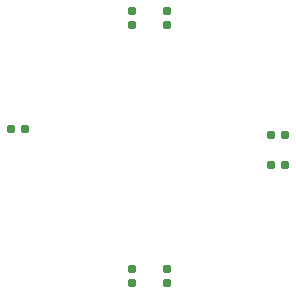
<source format=gbr>
%TF.GenerationSoftware,KiCad,Pcbnew,8.0.1-8.0.1-0~ubuntu23.10.1*%
%TF.CreationDate,2024-04-27T14:30:10-04:00*%
%TF.ProjectId,NavShield,4e617653-6869-4656-9c64-2e6b69636164,rev?*%
%TF.SameCoordinates,Original*%
%TF.FileFunction,Paste,Top*%
%TF.FilePolarity,Positive*%
%FSLAX46Y46*%
G04 Gerber Fmt 4.6, Leading zero omitted, Abs format (unit mm)*
G04 Created by KiCad (PCBNEW 8.0.1-8.0.1-0~ubuntu23.10.1) date 2024-04-27 14:30:10*
%MOMM*%
%LPD*%
G01*
G04 APERTURE LIST*
G04 Aperture macros list*
%AMRoundRect*
0 Rectangle with rounded corners*
0 $1 Rounding radius*
0 $2 $3 $4 $5 $6 $7 $8 $9 X,Y pos of 4 corners*
0 Add a 4 corners polygon primitive as box body*
4,1,4,$2,$3,$4,$5,$6,$7,$8,$9,$2,$3,0*
0 Add four circle primitives for the rounded corners*
1,1,$1+$1,$2,$3*
1,1,$1+$1,$4,$5*
1,1,$1+$1,$6,$7*
1,1,$1+$1,$8,$9*
0 Add four rect primitives between the rounded corners*
20,1,$1+$1,$2,$3,$4,$5,0*
20,1,$1+$1,$4,$5,$6,$7,0*
20,1,$1+$1,$6,$7,$8,$9,0*
20,1,$1+$1,$8,$9,$2,$3,0*%
G04 Aperture macros list end*
%ADD10RoundRect,0.160000X0.197500X0.160000X-0.197500X0.160000X-0.197500X-0.160000X0.197500X-0.160000X0*%
%ADD11RoundRect,0.160000X-0.197500X-0.160000X0.197500X-0.160000X0.197500X0.160000X-0.197500X0.160000X0*%
%ADD12RoundRect,0.160000X0.160000X-0.197500X0.160000X0.197500X-0.160000X0.197500X-0.160000X-0.197500X0*%
%ADD13RoundRect,0.160000X-0.160000X0.197500X-0.160000X-0.197500X0.160000X-0.197500X0.160000X0.197500X0*%
G04 APERTURE END LIST*
D10*
%TO.C,R107*%
X45597500Y27800000D03*
X44402500Y27800000D03*
%TD*%
D11*
%TO.C,R106*%
X22402500Y28300000D03*
X23597500Y28300000D03*
%TD*%
D12*
%TO.C,R105*%
X32600000Y15302500D03*
X32600000Y16497500D03*
%TD*%
D13*
%TO.C,R104*%
X35600000Y38297500D03*
X35600000Y37102500D03*
%TD*%
D10*
%TO.C,R103*%
X45597500Y25300000D03*
X44402500Y25300000D03*
%TD*%
D13*
%TO.C,R102*%
X32600000Y38297500D03*
X32600000Y37102500D03*
%TD*%
D12*
%TO.C,R101*%
X35600000Y15302500D03*
X35600000Y16497500D03*
%TD*%
M02*

</source>
